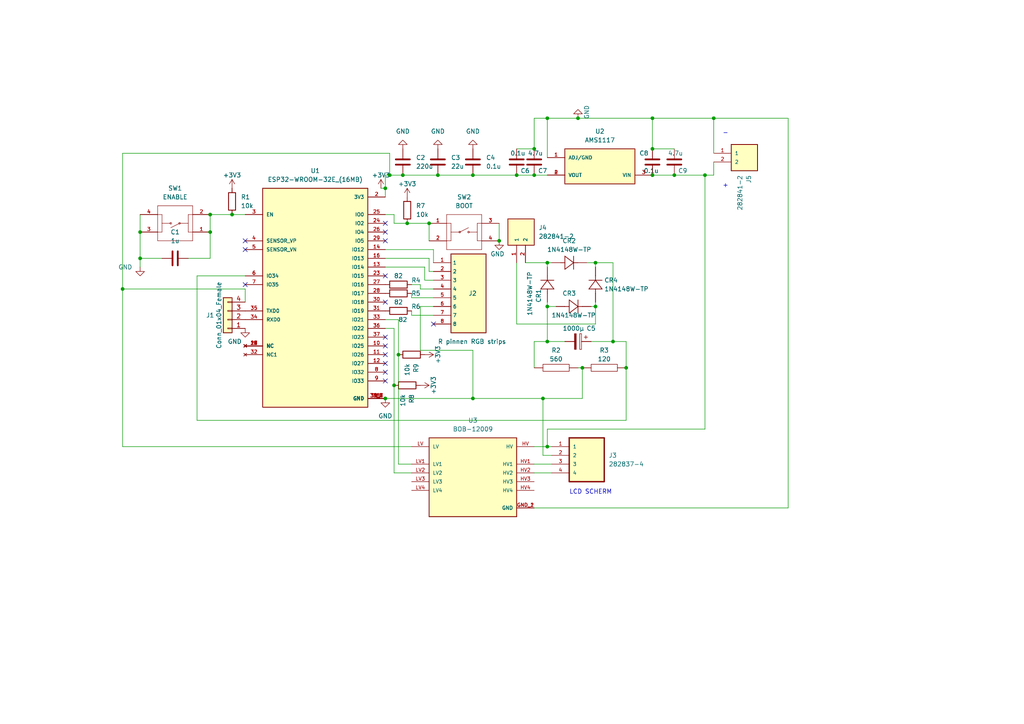
<source format=kicad_sch>
(kicad_sch (version 20211123) (generator eeschema)
  (paper "A4")
  (lib_symbols
    (symbol "1825910-6:1825910-6" (pin_names (offset 1.016) hide)
      (property "Reference" "SW" (at -5.08 5.842 0))
      (property "Value" "1825910-6" (at -5.08 -7.62 0))
      (symbol "1825910-6_0_0"
        (circle (center -1.27 0) (radius 0.254) (stroke (width 0.127)))
        (polyline (pts (xy -5.08 -5.08) (xy 5.08 -5.08)) (stroke (width 0.127)))
        (polyline (pts (xy -5.08 -2.54) (xy -5.08 -5.08)) (stroke (width 0.127)))
        (polyline (pts (xy -5.08 2.54) (xy -5.08 -2.54)) (stroke (width 0.127)))
        (polyline (pts (xy -5.08 2.54) (xy -3.81 2.54)) (stroke (width 0.127)))
        (polyline (pts (xy -5.08 5.08) (xy -5.08 2.54)) (stroke (width 0.127)))
        (polyline (pts (xy -5.08 5.08) (xy 5.08 5.08)) (stroke (width 0.127)))
        (polyline (pts (xy -3.81 -2.54) (xy -5.08 -2.54)) (stroke (width 0.127)))
        (polyline (pts (xy -3.81 0) (xy -3.81 -2.54)) (stroke (width 0.127)))
        (polyline (pts (xy -3.81 0) (xy -1.27 0)) (stroke (width 0.127)))
        (polyline (pts (xy -3.81 2.54) (xy -3.81 0)) (stroke (width 0.127)))
        (polyline (pts (xy -1.27 0) (xy 1.27 1.27)) (stroke (width 0.127)))
        (polyline (pts (xy 1.27 0) (xy 3.81 0)) (stroke (width 0.127)))
        (polyline (pts (xy 3.81 -2.54) (xy 5.08 -2.54)) (stroke (width 0.127)))
        (polyline (pts (xy 3.81 0) (xy 3.81 -2.54)) (stroke (width 0.127)))
        (polyline (pts (xy 3.81 0) (xy 3.81 2.54)) (stroke (width 0.127)))
        (polyline (pts (xy 3.81 2.54) (xy 5.08 2.54)) (stroke (width 0.127)))
        (polyline (pts (xy 5.08 -2.54) (xy 5.08 -5.08)) (stroke (width 0.127)))
        (polyline (pts (xy 5.08 2.54) (xy 5.08 -2.54)) (stroke (width 0.127)))
        (polyline (pts (xy 5.08 5.08) (xy 5.08 2.54)) (stroke (width 0.127)))
        (circle (center 1.27 0) (radius 0.254) (stroke (width 0.127)))
        (pin passive line (at -10.16 2.54 0) (length 5.08) (name "~") (number "1"))
        (pin passive line (at -10.16 -2.54 0) (length 5.08) (name "~") (number "2"))
        (pin passive line (at 10.16 2.54 180) (length 5.08) (name "~") (number "3"))
        (pin passive line (at 10.16 -2.54 180) (length 5.08) (name "~") (number "4"))
      )
    )
    (symbol "1N4148W-TP:1N4148W-TP" (pin_numbers hide) (pin_names (offset 1.016) hide)
      (property "Reference" "CR" (at -2.8194 2.6924 0))
      (property "Value" "1N4148W-TP" (at -3.8862 -5.5372 0))
      (symbol "1N4148W-TP_0_0"
        (polyline (pts (xy 2.54 0) (xy 3.81 0)) (stroke (width 0.2032)))
        (polyline (pts (xy 3.81 -1.905) (xy 6.35 0)) (stroke (width 0.2032)))
        (polyline (pts (xy 3.81 0) (xy 3.81 -1.905)) (stroke (width 0.2032)))
        (polyline (pts (xy 3.81 1.905) (xy 3.81 0)) (stroke (width 0.2032)))
        (polyline (pts (xy 6.35 -1.905) (xy 6.35 0)) (stroke (width 0.2032)))
        (polyline (pts (xy 6.35 0) (xy 3.81 1.905)) (stroke (width 0.2032)))
        (polyline (pts (xy 6.35 0) (xy 6.35 1.905)) (stroke (width 0.2032)))
        (polyline (pts (xy 6.35 0) (xy 7.62 0)) (stroke (width 0.2032)))
        (pin passive line (at 10.16 0 180) (length 2.54) (name "~") (number "1"))
        (pin passive line (at 0 0 0) (length 2.54) (name "~") (number "2"))
      )
    )
    (symbol "282837-4:282837-4" (pin_names (offset 1.016))
      (property "Reference" "J" (at 0 12.7 0))
      (property "Value" "282837-4" (at 0 -10.16 0))
      (symbol "282837-4_0_0"
        (rectangle (start -5.08 -5.08) (end 5.08 7.62) (stroke (width 0.4064)) (fill (type background)))
        (pin passive line (at -10.16 5.08 0) (length 5.08) (name "1") (number "1"))
        (pin passive line (at -10.16 2.54 0) (length 5.08) (name "2") (number "2"))
        (pin passive line (at -10.16 0 0) (length 5.08) (name "3") (number "3"))
        (pin passive line (at -10.16 -2.54 0) (length 5.08) (name "4") (number "4"))
      )
    )
    (symbol "282841-2:282841-2" (pin_names (offset 1.016))
      (property "Reference" "J" (at 0 10.16 0))
      (property "Value" "282841-2" (at 0 -7.62 0))
      (symbol "282841-2_0_0"
        (rectangle (start -5.08 -2.54) (end 2.54 5.08) (stroke (width 0.254)) (fill (type background)))
        (pin passive line (at -10.16 2.54 0) (length 5.08) (name "1") (number "1"))
        (pin passive line (at -10.16 0 0) (length 5.08) (name "2") (number "2"))
      )
    )
    (symbol "282841-5:8_pin_connector"
      (property "Reference" "U" (at -5.08 12.7 0))
      (property "Value" "8_pin_connector" (at 0 -13.97 0))
      (symbol "8_pin_connector_0_0"
        (pin passive line (at -10.16 8.89 0) (length 5.08) (name "1") (number "1"))
        (pin passive line (at -10.16 6.35 0) (length 5.08) (name "2") (number "2"))
        (pin passive line (at -10.16 3.81 0) (length 5.08) (name "3") (number "3"))
        (pin passive line (at -10.16 1.27 0) (length 5.08) (name "4") (number "4"))
        (pin passive line (at -10.16 -1.27 0) (length 5.08) (name "5") (number "5"))
        (pin passive line (at -10.16 -3.81 0) (length 5.08) (name "6") (number "6"))
        (pin passive line (at -10.16 -6.35 0) (length 5.08) (name "7") (number "7"))
        (pin passive line (at -10.16 -8.89 0) (length 5.08) (name "8") (number "8"))
      )
      (symbol "8_pin_connector_0_1"
        (rectangle (start -5.08 11.43) (end 5.08 -11.43))
        (rectangle (start -5.08 11.43) (end 5.08 -11.43) (fill (type background)))
        (polyline (pts (xy -5.08 11.43) (xy -5.08 -11.43) (xy 5.08 -11.43) (xy 5.08 11.43) (xy -5.08 11.43)) (stroke (width 0.254)))
      )
    )
    (symbol "AMS1117:AMS1117" (pin_names (offset 1.016))
      (property "Reference" "U" (at -10.16 5.588 0))
      (property "Value" "AMS1117" (at -10.16 -8.128 0))
      (symbol "AMS1117_0_0"
        (rectangle (start -10.16 -5.08) (end 10.16 5.08) (stroke (width 0.254)) (fill (type background)))
        (pin power_in line (at 15.24 -2.54 180) (length 5.08) (name "ADJ/GND") (number "1"))
        (pin output line (at 15.24 2.54 180) (length 5.08) (name "VOUT") (number "2"))
        (pin input line (at -15.24 2.54 0) (length 5.08) (name "VIN") (number "3"))
        (pin output line (at 15.24 2.54 180) (length 5.08) (name "VOUT") (number "4"))
      )
    )
    (symbol "BOB-12009:BOB-12009" (pin_names (offset 1.016))
      (property "Reference" "U" (at -12.7 11.43 0))
      (property "Value" "BOB-12009" (at -12.7 -15.24 0))
      (symbol "BOB-12009_0_0"
        (rectangle (start -12.7 -12.7) (end 12.7 10.16) (stroke (width 0.254)) (fill (type background)))
        (pin power_in line (at 17.78 -10.16 180) (length 5.08) (name "GND") (number "GND_1"))
        (pin power_in line (at 17.78 -10.16 180) (length 5.08) (name "GND") (number "GND_2"))
        (pin bidirectional line (at 17.78 7.62 180) (length 5.08) (name "HV") (number "HV"))
        (pin bidirectional line (at 17.78 2.54 180) (length 5.08) (name "HV1") (number "HV1"))
        (pin bidirectional line (at 17.78 0 180) (length 5.08) (name "HV2") (number "HV2"))
        (pin bidirectional line (at 17.78 -2.54 180) (length 5.08) (name "HV3") (number "HV3"))
        (pin bidirectional line (at 17.78 -5.08 180) (length 5.08) (name "HV4") (number "HV4"))
        (pin bidirectional line (at -17.78 7.62 0) (length 5.08) (name "LV") (number "LV"))
        (pin bidirectional line (at -17.78 2.54 0) (length 5.08) (name "LV1") (number "LV1"))
        (pin bidirectional line (at -17.78 0 0) (length 5.08) (name "LV2") (number "LV2"))
        (pin bidirectional line (at -17.78 -2.54 0) (length 5.08) (name "LV3") (number "LV3"))
        (pin bidirectional line (at -17.78 -5.08 0) (length 5.08) (name "LV4") (number "LV4"))
      )
    )
    (symbol "Connector_Generic:Conn_01x04" (pin_names (offset 1.016) hide)
      (property "Reference" "J" (at 0 5.08 0))
      (property "Value" "Conn_01x04" (at 0 -7.62 0))
      (symbol "Conn_01x04_1_1"
        (rectangle (start -1.27 -4.953) (end 0 -5.207) (stroke (width 0.1524)))
        (rectangle (start -1.27 -2.413) (end 0 -2.667) (stroke (width 0.1524)))
        (rectangle (start -1.27 0.127) (end 0 -0.127) (stroke (width 0.1524)))
        (rectangle (start -1.27 2.667) (end 0 2.413) (stroke (width 0.1524)))
        (rectangle (start -1.27 3.81) (end 1.27 -6.35) (stroke (width 0.254)) (fill (type background)))
        (pin passive line (at -5.08 2.54 0) (length 3.81) (name "Pin_1") (number "1"))
        (pin passive line (at -5.08 0 0) (length 3.81) (name "Pin_2") (number "2"))
        (pin passive line (at -5.08 -2.54 0) (length 3.81) (name "Pin_3") (number "3"))
        (pin passive line (at -5.08 -5.08 0) (length 3.81) (name "Pin_4") (number "4"))
      )
    )
    (symbol "Device:C" (pin_numbers hide) (pin_names (offset 0.254))
      (property "Reference" "C" (at 0.635 2.54 0))
      (property "Value" "C" (at 0.635 -2.54 0))
      (symbol "C_0_1"
        (polyline (pts (xy -2.032 -0.762) (xy 2.032 -0.762)) (stroke (width 0.508)))
        (polyline (pts (xy -2.032 0.762) (xy 2.032 0.762)) (stroke (width 0.508)))
      )
      (symbol "C_1_1"
        (pin passive line (at 0 3.81 270) (length 2.794) (name "~") (number "1"))
        (pin passive line (at 0 -3.81 90) (length 2.794) (name "~") (number "2"))
      )
    )
    (symbol "Device:C_Polarized" (pin_numbers hide) (pin_names (offset 0.254))
      (property "Reference" "C" (at 0.635 2.54 0))
      (property "Value" "C_Polarized" (at 0.635 -2.54 0))
      (symbol "C_Polarized_0_1"
        (rectangle (start -2.286 0.508) (end 2.286 1.016))
        (polyline (pts (xy -1.778 2.286) (xy -0.762 2.286)))
        (polyline (pts (xy -1.27 2.794) (xy -1.27 1.778)))
        (rectangle (start 2.286 -0.508) (end -2.286 -1.016) (fill (type outline)))
      )
      (symbol "C_Polarized_1_1"
        (pin passive line (at 0 3.81 270) (length 2.794) (name "~") (number "1"))
        (pin passive line (at 0 -3.81 90) (length 2.794) (name "~") (number "2"))
      )
    )
    (symbol "Device:R" (pin_numbers hide) (pin_names (offset 0))
      (property "Reference" "R" (at 2.032 0 90))
      (property "Value" "R" (at 0 0 90))
      (symbol "R_0_1"
        (rectangle (start -1.016 -2.54) (end 1.016 2.54) (stroke (width 0.254)))
      )
      (symbol "R_1_1"
        (pin passive line (at 0 3.81 270) (length 1.27) (name "~") (number "1"))
        (pin passive line (at 0 -3.81 90) (length 1.27) (name "~") (number "2"))
      )
    )
    (symbol "ESP32-WROOM-32E__16MB_:ESP32-WROOM-32E_(16MB)" (pin_names (offset 1.016))
      (property "Reference" "U" (at -15.24 33.909 0))
      (property "Value" "ESP32-WROOM-32E_(16MB)" (at -15.24 -33.02 0))
      (symbol "ESP32-WROOM-32E_(16MB)_0_0"
        (rectangle (start -15.24 -30.48) (end 15.24 33.02) (stroke (width 0.254)) (fill (type background)))
        (pin power_in line (at 20.32 -27.94 180) (length 5.08) (name "GND") (number "1"))
        (pin bidirectional line (at 20.32 -12.7 180) (length 5.08) (name "IO25") (number "10"))
        (pin bidirectional line (at 20.32 -15.24 180) (length 5.08) (name "IO26") (number "11"))
        (pin bidirectional line (at 20.32 -17.78 180) (length 5.08) (name "IO27") (number "12"))
        (pin bidirectional line (at 20.32 10.16 180) (length 5.08) (name "IO14") (number "13"))
        (pin bidirectional line (at 20.32 15.24 180) (length 5.08) (name "IO12") (number "14"))
        (pin power_in line (at 20.32 -27.94 180) (length 5.08) (name "GND") (number "15"))
        (pin bidirectional line (at 20.32 12.7 180) (length 5.08) (name "IO13") (number "16"))
        (pin no_connect line (at -20.32 -12.7 0) (length 5.08) (name "NC") (number "17"))
        (pin no_connect line (at -20.32 -12.7 0) (length 5.08) (name "NC") (number "18"))
        (pin no_connect line (at -20.32 -12.7 0) (length 5.08) (name "NC") (number "19"))
        (pin power_in line (at 20.32 30.48 180) (length 5.08) (name "3V3") (number "2"))
        (pin no_connect line (at -20.32 -12.7 0) (length 5.08) (name "NC") (number "20"))
        (pin no_connect line (at -20.32 -12.7 0) (length 5.08) (name "NC") (number "21"))
        (pin no_connect line (at -20.32 -12.7 0) (length 5.08) (name "NC") (number "22"))
        (pin bidirectional line (at 20.32 7.62 180) (length 5.08) (name "IO15") (number "23"))
        (pin bidirectional line (at 20.32 22.86 180) (length 5.08) (name "IO2") (number "24"))
        (pin bidirectional line (at 20.32 25.4 180) (length 5.08) (name "IO0") (number "25"))
        (pin bidirectional line (at 20.32 20.32 180) (length 5.08) (name "IO4") (number "26"))
        (pin bidirectional line (at 20.32 5.08 180) (length 5.08) (name "IO16") (number "27"))
        (pin bidirectional line (at 20.32 2.54 180) (length 5.08) (name "IO17") (number "28"))
        (pin bidirectional line (at 20.32 17.78 180) (length 5.08) (name "IO5") (number "29"))
        (pin input line (at -20.32 25.4 0) (length 5.08) (name "EN") (number "3"))
        (pin bidirectional line (at 20.32 0 180) (length 5.08) (name "IO18") (number "30"))
        (pin bidirectional line (at 20.32 -2.54 180) (length 5.08) (name "IO19") (number "31"))
        (pin no_connect line (at -20.32 -15.24 0) (length 5.08) (name "NC1") (number "32"))
        (pin bidirectional line (at 20.32 -5.08 180) (length 5.08) (name "IO21") (number "33"))
        (pin bidirectional line (at -20.32 -5.08 0) (length 5.08) (name "RXD0") (number "34"))
        (pin bidirectional line (at -20.32 -2.54 0) (length 5.08) (name "TXD0") (number "35"))
        (pin bidirectional line (at 20.32 -7.62 180) (length 5.08) (name "IO22") (number "36"))
        (pin bidirectional line (at 20.32 -10.16 180) (length 5.08) (name "IO23") (number "37"))
        (pin power_in line (at 20.32 -27.94 180) (length 5.08) (name "GND") (number "38"))
        (pin power_in line (at 20.32 -27.94 180) (length 5.08) (name "GND") (number "39_1"))
        (pin power_in line (at 20.32 -27.94 180) (length 5.08) (name "GND") (number "39_2"))
        (pin power_in line (at 20.32 -27.94 180) (length 5.08) (name "GND") (number "39_3"))
        (pin power_in line (at 20.32 -27.94 180) (length 5.08) (name "GND") (number "39_4"))
        (pin power_in line (at 20.32 -27.94 180) (length 5.08) (name "GND") (number "39_5"))
        (pin power_in line (at 20.32 -27.94 180) (length 5.08) (name "GND") (number "39_6"))
        (pin power_in line (at 20.32 -27.94 180) (length 5.08) (name "GND") (number "39_7"))
        (pin power_in line (at 20.32 -27.94 180) (length 5.08) (name "GND") (number "39_8"))
        (pin power_in line (at 20.32 -27.94 180) (length 5.08) (name "GND") (number "39_9"))
        (pin input line (at -20.32 17.78 0) (length 5.08) (name "SENSOR_VP") (number "4"))
        (pin input line (at -20.32 15.24 0) (length 5.08) (name "SENSOR_VN") (number "5"))
        (pin input line (at -20.32 7.62 0) (length 5.08) (name "IO34") (number "6"))
        (pin input line (at -20.32 5.08 0) (length 5.08) (name "IO35") (number "7"))
        (pin bidirectional line (at 20.32 -20.32 180) (length 5.08) (name "IO32") (number "8"))
        (pin bidirectional line (at 20.32 -22.86 180) (length 5.08) (name "IO33") (number "9"))
      )
    )
    (symbol "power:+3V3" (power) (pin_names (offset 0))
      (property "Value" "+3V3" (at 0 3.556 0))
      (symbol "+3V3_0_1"
        (polyline (pts (xy -0.762 1.27) (xy 0 2.54)))
        (polyline (pts (xy 0 0) (xy 0 2.54)))
        (polyline (pts (xy 0 2.54) (xy 0.762 1.27)))
      )
      (symbol "+3V3_1_1"
        (pin power_in line (at 0 0 90) (length 0) hide (name "+3V3") (number "1"))
      )
    )
    (symbol "power:GND" (power) (pin_names (offset 0))
      (property "Value" "GND" (at 0 -3.81 0))
      (symbol "GND_0_1"
        (polyline (pts (xy 0 0) (xy 0 -1.27) (xy 1.27 -1.27) (xy 0 -2.54) (xy -1.27 -1.27) (xy 0 -1.27)))
      )
      (symbol "GND_1_1"
        (pin power_in line (at 0 0 270) (length 0) hide (name "GND") (number "1"))
      )
    )
    (symbol "pspice:R" (pin_numbers hide) (pin_names (offset 0))
      (property "Reference" "R" (at 2.032 0 90))
      (property "Value" "R" (at 0 0 90))
      (symbol "R_0_1"
        (rectangle (start -1.016 3.81) (end 1.016 -3.81))
      )
      (symbol "R_1_1"
        (pin passive line (at 0 6.35 270) (length 2.54) (name "~") (number "1"))
        (pin passive line (at 0 -6.35 90) (length 2.54) (name "~") (number "2"))
      )
    )
  )
  (junction (at 172.72 76.2))
  (junction (at 172.72 88.9))
  (junction (at 111.76 115.57))
  (junction (at 40.64 74.93))
  (junction (at 137.16 50.8))
  (junction (at 124.46 64.77))
  (junction (at 189.23 50.8))
  (junction (at 114.3 111.76))
  (junction (at 168.91 106.68))
  (junction (at 60.96 67.31))
  (junction (at 40.64 67.31))
  (junction (at 181.61 106.68))
  (junction (at 189.23 34.29))
  (junction (at 158.75 76.2))
  (junction (at 189.23 43.18))
  (junction (at 144.78 69.85))
  (junction (at 60.96 62.23))
  (junction (at 111.76 54.61))
  (junction (at 167.64 34.29))
  (junction (at 158.75 99.06))
  (junction (at 157.48 115.57))
  (junction (at 149.86 50.8))
  (junction (at 35.56 83.82))
  (junction (at 158.75 88.9))
  (junction (at 115.57 102.87))
  (junction (at 207.01 34.29))
  (junction (at 195.58 50.8))
  (junction (at 158.75 129.54))
  (junction (at 118.11 64.77))
  (junction (at 137.16 115.57))
  (junction (at 158.75 34.29))
  (junction (at 116.84 50.8))
  (junction (at 204.47 50.8))
  (junction (at 177.8 99.06))
  (junction (at 154.94 50.8))
  (junction (at 113.03 50.8))
  (junction (at 154.94 43.18))
  (junction (at 67.31 62.23))
  (junction (at 127 50.8))
  (no_connect (at 71.12 82.55))
  (no_connect (at 111.76 110.49))
  (no_connect (at 111.76 80.01))
  (no_connect (at 111.76 97.79))
  (no_connect (at 71.12 72.39))
  (no_connect (at 71.12 69.85))
  (no_connect (at 111.76 87.63))
  (no_connect (at 111.76 102.87))
  (no_connect (at 111.76 100.33))
  (no_connect (at 111.76 67.31))
  (no_connect (at 111.76 69.85))
  (no_connect (at 125.73 93.98))
  (no_connect (at 111.76 105.41))
  (no_connect (at 111.76 107.95))
  (no_connect (at 111.76 64.77))
  (wire (pts (xy 158.75 87.63) (xy 158.75 88.9)))
  (wire (pts (xy 67.31 62.23) (xy 71.12 62.23)))
  (wire (pts (xy 125.73 72.39) (xy 125.73 76.2)))
  (wire (pts (xy 228.6 34.29) (xy 207.01 34.29)))
  (wire (pts (xy 149.86 50.8) (xy 154.94 50.8)))
  (wire (pts (xy 114.3 62.23) (xy 114.3 64.77)))
  (wire (pts (xy 113.03 44.45) (xy 113.03 50.8)))
  (wire (pts (xy 172.72 76.2) (xy 172.72 77.47)))
  (wire (pts (xy 158.75 88.9) (xy 158.75 99.06)))
  (wire (pts (xy 119.38 137.16) (xy 114.3 137.16)))
  (wire (pts (xy 54.61 74.93) (xy 60.96 74.93)))
  (wire (pts (xy 167.64 34.29) (xy 158.75 34.29)))
  (wire (pts (xy 189.23 34.29) (xy 167.64 34.29)))
  (wire (pts (xy 111.76 50.8) (xy 113.03 50.8)))
  (wire (pts (xy 204.47 50.8) (xy 204.47 124.46)))
  (wire (pts (xy 154.94 137.16) (xy 160.02 137.16)))
  (wire (pts (xy 158.75 34.29) (xy 158.75 45.72)))
  (wire (pts (xy 124.46 78.74) (xy 125.73 78.74)))
  (wire (pts (xy 181.61 106.68) (xy 181.61 99.06)))
  (wire (pts (xy 116.84 50.8) (xy 127 50.8)))
  (wire (pts (xy 171.45 88.9) (xy 172.72 88.9)))
  (wire (pts (xy 121.92 83.82) (xy 125.73 83.82)))
  (wire (pts (xy 181.61 99.06) (xy 177.8 99.06)))
  (wire (pts (xy 119.38 86.36) (xy 125.73 86.36)))
  (wire (pts (xy 113.03 50.8) (xy 116.84 50.8)))
  (wire (pts (xy 195.58 50.8) (xy 204.47 50.8)))
  (wire (pts (xy 168.91 106.68) (xy 168.91 115.57)))
  (wire (pts (xy 189.23 43.18) (xy 189.23 34.29)))
  (wire (pts (xy 137.16 115.57) (xy 157.48 115.57)))
  (wire (pts (xy 71.12 87.63) (xy 71.12 83.82)))
  (wire (pts (xy 170.18 76.2) (xy 172.72 76.2)))
  (wire (pts (xy 171.45 99.06) (xy 177.8 99.06)))
  (wire (pts (xy 157.48 132.08) (xy 160.02 132.08)))
  (wire (pts (xy 115.57 92.71) (xy 111.76 92.71)))
  (wire (pts (xy 157.48 115.57) (xy 157.48 132.08)))
  (wire (pts (xy 111.76 72.39) (xy 125.73 72.39)))
  (wire (pts (xy 40.64 74.93) (xy 40.64 77.47)))
  (wire (pts (xy 189.23 43.18) (xy 195.58 43.18)))
  (wire (pts (xy 114.3 64.77) (xy 118.11 64.77)))
  (wire (pts (xy 40.64 67.31) (xy 40.64 62.23)))
  (wire (pts (xy 114.3 95.25) (xy 111.76 95.25)))
  (wire (pts (xy 154.94 134.62) (xy 160.02 134.62)))
  (wire (pts (xy 35.56 83.82) (xy 35.56 44.45)))
  (wire (pts (xy 207.01 46.99) (xy 207.01 50.8)))
  (wire (pts (xy 111.76 77.47) (xy 123.19 77.47)))
  (wire (pts (xy 119.38 82.55) (xy 121.92 82.55)))
  (wire (pts (xy 158.75 99.06) (xy 163.83 99.06)))
  (wire (pts (xy 154.94 34.29) (xy 154.94 43.18)))
  (wire (pts (xy 158.75 34.29) (xy 154.94 34.29)))
  (wire (pts (xy 111.76 50.8) (xy 111.76 54.61)))
  (wire (pts (xy 123.19 81.28) (xy 125.73 81.28)))
  (wire (pts (xy 119.38 90.17) (xy 119.38 91.44)))
  (wire (pts (xy 119.38 134.62) (xy 115.57 134.62)))
  (wire (pts (xy 204.47 50.8) (xy 207.01 50.8)))
  (wire (pts (xy 127 50.8) (xy 137.16 50.8)))
  (wire (pts (xy 207.01 34.29) (xy 189.23 34.29)))
  (wire (pts (xy 124.46 74.93) (xy 124.46 78.74)))
  (wire (pts (xy 181.61 106.68) (xy 181.61 121.92)))
  (wire (pts (xy 123.19 77.47) (xy 123.19 81.28)))
  (wire (pts (xy 40.64 67.31) (xy 40.64 74.93)))
  (wire (pts (xy 60.96 74.93) (xy 60.96 67.31)))
  (wire (pts (xy 137.16 50.8) (xy 149.86 50.8)))
  (wire (pts (xy 172.72 88.9) (xy 172.72 93.98)))
  (wire (pts (xy 111.76 74.93) (xy 124.46 74.93)))
  (wire (pts (xy 35.56 83.82) (xy 35.56 129.54)))
  (wire (pts (xy 35.56 44.45) (xy 113.03 44.45)))
  (wire (pts (xy 152.4 76.2) (xy 158.75 76.2)))
  (wire (pts (xy 40.64 74.93) (xy 46.99 74.93)))
  (wire (pts (xy 189.23 50.8) (xy 195.58 50.8)))
  (wire (pts (xy 154.94 129.54) (xy 158.75 129.54)))
  (wire (pts (xy 228.6 147.32) (xy 228.6 34.29)))
  (wire (pts (xy 115.57 92.71) (xy 115.57 102.87)))
  (wire (pts (xy 172.72 87.63) (xy 172.72 88.9)))
  (wire (pts (xy 144.78 64.77) (xy 144.78 69.85)))
  (wire (pts (xy 158.75 76.2) (xy 158.75 77.47)))
  (wire (pts (xy 172.72 76.2) (xy 177.8 76.2)))
  (wire (pts (xy 157.48 115.57) (xy 168.91 115.57)))
  (wire (pts (xy 207.01 44.45) (xy 207.01 34.29)))
  (wire (pts (xy 158.75 76.2) (xy 160.02 76.2)))
  (wire (pts (xy 154.94 99.06) (xy 158.75 99.06)))
  (wire (pts (xy 121.92 88.9) (xy 121.92 101.6)))
  (wire (pts (xy 125.73 88.9) (xy 121.92 88.9)))
  (wire (pts (xy 158.75 88.9) (xy 161.29 88.9)))
  (wire (pts (xy 149.86 43.18) (xy 154.94 43.18)))
  (wire (pts (xy 57.15 121.92) (xy 181.61 121.92)))
  (wire (pts (xy 114.3 111.76) (xy 114.3 95.25)))
  (wire (pts (xy 124.46 64.77) (xy 124.46 69.85)))
  (wire (pts (xy 121.92 101.6) (xy 137.16 101.6)))
  (wire (pts (xy 57.15 121.92) (xy 57.15 80.01)))
  (wire (pts (xy 158.75 124.46) (xy 204.47 124.46)))
  (wire (pts (xy 114.3 62.23) (xy 111.76 62.23)))
  (wire (pts (xy 60.96 67.31) (xy 60.96 62.23)))
  (wire (pts (xy 35.56 129.54) (xy 119.38 129.54)))
  (wire (pts (xy 71.12 83.82) (xy 35.56 83.82)))
  (wire (pts (xy 110.49 54.61) (xy 111.76 54.61)))
  (wire (pts (xy 111.76 54.61) (xy 111.76 57.15)))
  (wire (pts (xy 177.8 76.2) (xy 177.8 99.06)))
  (wire (pts (xy 154.94 106.68) (xy 154.94 99.06)))
  (wire (pts (xy 154.94 50.8) (xy 158.75 50.8)))
  (wire (pts (xy 158.75 124.46) (xy 158.75 129.54)))
  (wire (pts (xy 167.64 106.68) (xy 168.91 106.68)))
  (wire (pts (xy 114.3 137.16) (xy 114.3 111.76)))
  (wire (pts (xy 60.96 62.23) (xy 67.31 62.23)))
  (wire (pts (xy 158.75 129.54) (xy 160.02 129.54)))
  (wire (pts (xy 111.76 115.57) (xy 137.16 115.57)))
  (wire (pts (xy 57.15 80.01) (xy 71.12 80.01)))
  (wire (pts (xy 119.38 85.09) (xy 119.38 86.36)))
  (wire (pts (xy 121.92 82.55) (xy 121.92 83.82)))
  (wire (pts (xy 118.11 64.77) (xy 124.46 64.77)))
  (wire (pts (xy 137.16 101.6) (xy 137.16 115.57)))
  (wire (pts (xy 154.94 147.32) (xy 228.6 147.32)))
  (wire (pts (xy 119.38 91.44) (xy 125.73 91.44)))
  (wire (pts (xy 115.57 102.87) (xy 115.57 134.62)))
  (wire (pts (xy 149.86 93.98) (xy 172.72 93.98)))
  (wire (pts (xy 149.86 76.2) (xy 149.86 93.98)))
  (text "LCD SCHERM" (at 165.1 143.51 0) (effects (font (size 1.27 1.27)) (justify left bottom)))
  (text "-" (at 209.55 39.37 0) (effects (font (size 1.27 1.27)) (justify left bottom)))
  (text "+" (at 209.55 54.61 0) (effects (font (size 1.27 1.27)) (justify left bottom)))
  (symbol (lib_id "power:+3V3") (at 110.49 54.61 0) (unit 1)
    (property "Reference" "#PWR0108" (effects hide))
    (property "Value" "+3V3" (at 110.49 50.8 0))
  )
  (symbol (lib_id "Device:R") (at 115.57 85.09 90) (unit 1)
    (property "Reference" "R5" (at 120.65 85.09 90))
    (property "Value" "82" (at 115.57 87.63 90))
    (property "Footprint" "Resistor_SMD:R_0805_2012Metric_Pad1.20x1.40mm_HandSolder" (effects hide))
  )
  (symbol (lib_id "Connector_Generic:Conn_01x04") (at 66.04 92.71 180) (unit 1)
    (property "Reference" "J1" (at 60.96 91.44 0))
    (property "Value" "Conn_01x04_Female" (at 63.5 91.44 90))
    (property "Footprint" "Connector_PinHeader_2.54mm:PinHeader_1x04_P2.54mm_Vertical" (effects hide))
  )
  (symbol (lib_id "pspice:R") (at 161.29 106.68 90) (unit 1)
    (property "Reference" "R2" (at 161.29 101.6 90))
    (property "Value" "560" (at 161.29 104.14 90))
    (property "Footprint" "Resistor_SMD:R_0805_2012Metric_Pad1.20x1.40mm_HandSolder" (effects hide))
  )
  (symbol (lib_id "1N4148W-TP:1N4148W-TP") (at 172.72 87.63 90) (unit 1)
    (property "Reference" "CR4" (at 175.26 81.28 90) (effects (justify right)))
    (property "Value" "1N4148W-TP" (at 175.26 83.82 90) (effects (justify right)))
    (property "Footprint" "Diode_SMD:D_0603_1608Metric_Pad1.05x0.95mm_HandSolder" (effects hide))
    (property "MANUFACTURER_PART_NUMBER" "1N4148W-TP" (effects hide))
    (property "BUILT_BY" "EMA_Cory" (effects hide))
    (property "VENDOR" "Micro Commercial Co" (effects hide))
    (property "DATASHEET" "https://www.mccsemi.com/pdf/Products/1N4148W(SOD123).pdf" (effects hide))
    (property "COPYRIGHT" "Copyright (C) 2018 Accelerated Designs. All rights reserved" (effects hide))
  )
  (symbol (lib_id "Device:C") (at 149.86 46.99 180) (unit 1)
    (property "Reference" "C6" (at 153.67 49.53 0) (effects (justify left)))
    (property "Value" "0.1u" (at 152.4 44.45 0) (effects (justify left)))
    (property "Footprint" "Capacitor_SMD:C_0805_2012Metric_Pad1.18x1.45mm_HandSolder" (effects hide))
  )
  (symbol (lib_id "Device:R") (at 115.57 90.17 90) (unit 1)
    (property "Reference" "R6" (at 120.65 88.9 90))
    (property "Value" "82" (at 116.84 92.71 90))
    (property "Footprint" "Resistor_SMD:R_0805_2012Metric_Pad1.20x1.40mm_HandSolder" (effects hide))
  )
  (symbol (lib_id "1N4148W-TP:1N4148W-TP") (at 161.29 88.9 0) (unit 1)
    (property "Reference" "CR3" (at 165.1 85.09 0))
    (property "Value" "1N4148W-TP" (at 166.37 91.44 0))
    (property "Footprint" "Diode_SMD:D_0603_1608Metric_Pad1.05x0.95mm_HandSolder" (effects hide))
    (property "MANUFACTURER_PART_NUMBER" "1N4148W-TP" (effects hide))
    (property "BUILT_BY" "EMA_Cory" (effects hide))
    (property "VENDOR" "Micro Commercial Co" (effects hide))
    (property "DATASHEET" "https://www.mccsemi.com/pdf/Products/1N4148W(SOD123).pdf" (effects hide))
    (property "COPYRIGHT" "Copyright (C) 2018 Accelerated Designs. All rights reserved" (effects hide))
  )
  (symbol (lib_id "power:GND") (at 111.76 115.57 0) (unit 1)
    (property "Reference" "#PWR0102" (effects hide))
    (property "Value" "GND" (at 111.76 120.65 0))
  )
  (symbol (lib_id "power:GND") (at 167.64 34.29 180) (unit 1)
    (property "Reference" "#PWR05" (effects hide))
    (property "Value" "GND" (at 170.18 30.48 90) (effects (justify left)))
  )
  (symbol (lib_id "1825910-6:1825910-6") (at 134.62 67.31 0) (unit 1)
    (property "Reference" "SW2" (at 134.62 57.15 0))
    (property "Value" "BOOT" (at 134.62 59.69 0))
    (property "Footprint" "libraries:SW_1825910-6-4" (effects hide))
    (property "Comment" "1825910-6" (effects hide))
  )
  (symbol (lib_id "Device:R") (at 118.11 111.76 270) (unit 1)
    (property "Reference" "R8" (at 119.3801 114.3 0) (effects (justify left)))
    (property "Value" "10k" (at 116.8401 114.3 0) (effects (justify left)))
    (property "Footprint" "Resistor_SMD:R_0805_2012Metric_Pad1.20x1.40mm_HandSolder" (effects hide))
  )
  (symbol (lib_id "power:GND") (at 127 43.18 180) (unit 1)
    (property "Reference" "#PWR0104" (effects hide))
    (property "Value" "GND" (at 127 38.1 0))
  )
  (symbol (lib_id "Device:R") (at 118.11 60.96 0) (unit 1)
    (property "Reference" "R7" (at 120.65 59.6899 0) (effects (justify left)))
    (property "Value" "10k" (at 120.65 62.2299 0) (effects (justify left)))
    (property "Footprint" "Resistor_SMD:R_0805_2012Metric_Pad1.20x1.40mm_HandSolder" (effects hide))
  )
  (symbol (lib_id "1N4148W-TP:1N4148W-TP") (at 158.75 87.63 90) (unit 1)
    (property "Reference" "CR1" (at 156.21 83.82 0) (effects (justify right)))
    (property "Value" "1N4148W-TP" (at 153.67 78.74 0) (effects (justify right)))
    (property "Footprint" "Diode_SMD:D_0603_1608Metric_Pad1.05x0.95mm_HandSolder" (effects hide))
    (property "MANUFACTURER_PART_NUMBER" "1N4148W-TP" (effects hide))
    (property "BUILT_BY" "EMA_Cory" (effects hide))
    (property "VENDOR" "Micro Commercial Co" (effects hide))
    (property "DATASHEET" "https://www.mccsemi.com/pdf/Products/1N4148W(SOD123).pdf" (effects hide))
    (property "COPYRIGHT" "Copyright (C) 2018 Accelerated Designs. All rights reserved" (effects hide))
  )
  (symbol (lib_id "power:GND") (at 116.84 43.18 180) (unit 1)
    (property "Reference" "#PWR0103" (effects hide))
    (property "Value" "GND" (at 116.84 38.1 0))
  )
  (symbol (lib_id "power:GND") (at 137.16 43.18 180) (unit 1)
    (property "Reference" "#PWR0106" (effects hide))
    (property "Value" "GND" (at 137.16 38.1 0))
  )
  (symbol (lib_id "Device:C") (at 154.94 46.99 180) (unit 1)
    (property "Reference" "C7" (at 158.75 49.53 0) (effects (justify left)))
    (property "Value" "4.7u" (at 157.48 44.45 0) (effects (justify left)))
    (property "Footprint" "Capacitor_SMD:C_0805_2012Metric_Pad1.18x1.45mm_HandSolder" (effects hide))
  )
  (symbol (lib_id "power:+3V3") (at 118.11 57.15 0) (unit 1)
    (property "Reference" "#PWR03" (effects hide))
    (property "Value" "+3V3" (at 118.11 53.34 0))
  )
  (symbol (lib_id "Device:C") (at 116.84 46.99 180) (unit 1)
    (property "Reference" "C2" (at 120.65 45.7199 0) (effects (justify right)))
    (property "Value" "220u" (at 120.65 48.2599 0) (effects (justify right)))
    (property "Footprint" "libraries:CAP_EEE0JA101WR" (effects hide))
  )
  (symbol (lib_id "282841-2:282841-2") (at 152.4 66.04 90) (unit 1)
    (property "Reference" "J4" (at 156.21 66.0399 90) (effects (justify right)))
    (property "Value" "282841-2" (at 156.21 68.5799 90) (effects (justify right)))
    (property "Footprint" "libraries:TE_1546215-2" (effects hide))
    (property "Comment" "282841-2" (effects hide))
    (property "EU_RoHS_Compliance" "Compliant with Exemptions" (effects hide))
  )
  (symbol (lib_id "282837-4:282837-4") (at 170.18 134.62 0) (unit 1)
    (property "Reference" "J3" (at 176.53 132.0799 0) (effects (justify left)))
    (property "Value" "282837-4" (at 176.53 134.6199 0) (effects (justify left)))
    (property "Footprint" "libraries:TE_1546215-4" (effects hide))
    (property "Comment" "282837-4" (effects hide))
    (property "EU_RoHS_Compliance" "Compliant with Exemptions" (effects hide))
  )
  (symbol (lib_id "1N4148W-TP:1N4148W-TP") (at 160.02 76.2 0) (unit 1)
    (property "Reference" "CR2" (at 165.1 69.85 0))
    (property "Value" "1N4148W-TP" (at 165.1 72.39 0))
    (property "Footprint" "Diode_SMD:D_0603_1608Metric_Pad1.05x0.95mm_HandSolder" (effects hide))
    (property "MANUFACTURER_PART_NUMBER" "1N4148W-TP" (effects hide))
    (property "BUILT_BY" "EMA_Cory" (effects hide))
    (property "VENDOR" "Micro Commercial Co" (effects hide))
    (property "DATASHEET" "https://www.mccsemi.com/pdf/Products/1N4148W(SOD123).pdf" (effects hide))
    (property "COPYRIGHT" "Copyright (C) 2018 Accelerated Designs. All rights reserved" (effects hide))
  )
  (symbol (lib_id "Device:C") (at 50.8 74.93 90) (unit 1)
    (property "Reference" "C1" (at 50.8 67.31 90))
    (property "Value" "1u" (at 50.8 69.85 90))
    (property "Footprint" "Capacitor_SMD:C_0805_2012Metric_Pad1.18x1.45mm_HandSolder" (effects hide))
  )
  (symbol (lib_id "Device:C") (at 127 46.99 180) (unit 1)
    (property "Reference" "C3" (at 130.81 45.7199 0) (effects (justify right)))
    (property "Value" "22u" (at 130.81 48.2599 0) (effects (justify right)))
    (property "Footprint" "Capacitor_SMD:C_0805_2012Metric_Pad1.18x1.45mm_HandSolder" (effects hide))
  )
  (symbol (lib_id "Device:C") (at 195.58 46.99 180) (unit 1)
    (property "Reference" "C9" (at 199.39 49.53 0) (effects (justify left)))
    (property "Value" "4.7u" (at 198.12 44.45 0) (effects (justify left)))
    (property "Footprint" "Capacitor_SMD:C_0805_2012Metric_Pad1.18x1.45mm_HandSolder" (effects hide))
  )
  (symbol (lib_id "Device:C_Polarized") (at 167.64 99.06 270) (unit 1)
    (property "Reference" "C5" (at 171.45 95.25 90))
    (property "Value" "1000µ" (at 166.37 95.25 90))
    (property "Footprint" "Capacitor_THT:CP_Axial_L26.5mm_D20.0mm_P33.00mm_Horizontal" (effects hide))
  )
  (symbol (lib_id "Device:R") (at 67.31 58.42 0) (unit 1)
    (property "Reference" "R1" (at 69.85 57.1499 0) (effects (justify left)))
    (property "Value" "10k" (at 69.85 59.6899 0) (effects (justify left)))
    (property "Footprint" "Resistor_SMD:R_0805_2012Metric_Pad1.20x1.40mm_HandSolder" (effects hide))
  )
  (symbol (lib_id "power:+3V3") (at 67.31 54.61 0) (unit 1)
    (property "Reference" "#PWR01" (effects hide))
    (property "Value" "+3V3" (at 67.31 50.8 0))
  )
  (symbol (lib_id "Device:R") (at 115.57 82.55 90) (unit 1)
    (property "Reference" "R4" (at 120.65 81.28 90))
    (property "Value" "82" (at 115.57 80.01 90))
    (property "Footprint" "Resistor_SMD:R_0805_2012Metric_Pad1.20x1.40mm_HandSolder" (effects hide))
  )
  (symbol (lib_id "Device:C") (at 189.23 46.99 0) (unit 1)
    (property "Reference" "C8" (at 185.42 44.45 0) (effects (justify left)))
    (property "Value" "0.1u" (at 186.69 49.53 0) (effects (justify left)))
    (property "Footprint" "Capacitor_SMD:C_0805_2012Metric_Pad1.18x1.45mm_HandSolder" (effects hide))
  )
  (symbol (lib_id "power:GND") (at 40.64 77.47 0) (unit 1)
    (property "Reference" "#PWR0101" (effects hide))
    (property "Value" "GND" (at 34.29 77.47 0) (effects (justify left)))
  )
  (symbol (lib_id "power:GND") (at 144.78 69.85 0) (unit 1)
    (property "Reference" "#PWR04" (effects hide))
    (property "Value" "GND" (at 142.24 73.66 0) (effects (justify left)))
  )
  (symbol (lib_id "BOB-12009:BOB-12009") (at 137.16 137.16 0) (unit 1)
    (property "Reference" "U3" (at 137.16 121.92 0))
    (property "Value" "BOB-12009" (at 137.16 124.46 0))
    (property "Footprint" "BOB-12009:CONV_BOB-12009" (effects hide))
    (property "MANUFACTURER" "SparkFun Electronics" (effects hide))
    (property "STANDARD" "Manufacturer Recommendations" (effects hide))
    (property "MAXIMUM_PACKAGE_HEIGHT" "N/A" (effects hide))
    (property "PARTREV" "01" (effects hide))
  )
  (symbol (lib_id "Device:C") (at 137.16 46.99 180) (unit 1)
    (property "Reference" "C4" (at 140.97 45.7199 0) (effects (justify right)))
    (property "Value" "0.1u" (at 140.97 48.26 0) (effects (justify right)))
    (property "Footprint" "Capacitor_SMD:C_0805_2012Metric_Pad1.18x1.45mm_HandSolder" (effects hide))
  )
  (symbol (lib_id "1825910-6:1825910-6") (at 50.8 64.77 180) (unit 1)
    (property "Reference" "SW1" (at 50.8 54.61 0))
    (property "Value" "ENABLE" (at 50.8 57.15 0))
    (property "Footprint" "libraries:SW_1825910-6-4" (effects hide))
    (property "Comment" "1825910-6" (effects hide))
  )
  (symbol (lib_id "282841-2:282841-2") (at 217.17 46.99 0) (unit 1)
    (property "Reference" "J5" (at 217.1701 50.8 90) (effects (justify right)))
    (property "Value" "282841-2" (at 214.6301 50.8 90) (effects (justify right)))
    (property "Footprint" "libraries:TE_1546215-2" (effects hide))
    (property "Comment" "282841-2" (effects hide))
    (property "EU_RoHS_Compliance" "Compliant with Exemptions" (effects hide))
  )
  (symbol (lib_id "AMS1117:AMS1117") (at 173.99 48.26 180) (unit 1)
    (property "Reference" "U2" (at 173.99 38.1 0))
    (property "Value" "AMS1117" (at 173.99 40.64 0))
    (property "Footprint" "libraries:SOT229P700X180-4N" (effects hide))
    (property "MANUFACTURER" "AMS" (effects hide))
    (property "MAXIMUM_PACKAGE_HEIGHT" "1.8mm" (effects hide))
    (property "PARTREV" "N/A" (effects hide))
    (property "STANDARD" "IPC-7351B" (effects hide))
  )
  (symbol (lib_id "power:GND") (at 71.12 95.25 0) (unit 1)
    (property "Reference" "#PWR02" (effects hide))
    (property "Value" "GND" (at 66.04 99.06 0) (effects (justify left)))
  )
  (symbol (lib_id "power:+3V3") (at 121.92 111.76 270) (unit 1)
    (property "Reference" "#PWR0107" (effects hide))
    (property "Value" "+3V3" (at 125.73 111.76 0))
  )
  (symbol (lib_id "282841-5:8_pin_connector") (at 135.89 85.09 0) (unit 1)
    (property "Reference" "J2" (at 135.89 85.09 0) (effects (justify left)))
    (property "Value" "R pinnen RGB strips" (at 127 99.06 0) (effects (justify left)))
    (property "Footprint" "libraries:TE_1546215-8" (effects hide))
  )
  (symbol (lib_id "power:+3V3") (at 123.19 102.87 270) (unit 1)
    (property "Reference" "#PWR0105" (effects hide))
    (property "Value" "+3V3" (at 127 102.87 0))
  )
  (symbol (lib_id "ESP32-WROOM-32E__16MB_:ESP32-WROOM-32E_(16MB)") (at 91.44 87.63 0) (unit 1)
    (property "Reference" "U1" (at 91.44 49.53 0))
    (property "Value" "ESP32-WROOM-32E_(16MB)" (at 91.44 52.07 0))
    (property "Footprint" "libraries:XCVR_ESP32-WROOM-32E_(16MB)" (effects hide))
    (property "PARTREV" "1.4" (effects hide))
    (property "STANDARD" "Manufacturer Recommendations" (effects hide))
    (property "MAXIMUM_PACKAGE_HEIGHT" "3.25mm" (effects hide))
    (property "MANUFACTURER" "Espressif Systems" (effects hide))
  )
  (symbol (lib_id "Device:R") (at 119.38 102.87 270) (unit 1)
    (property "Reference" "R9" (at 120.6501 105.41 0) (effects (justify left)))
    (property "Value" "10k" (at 118.1101 105.41 0) (effects (justify left)))
    (property "Footprint" "Resistor_SMD:R_0805_2012Metric_Pad1.20x1.40mm_HandSolder" (effects hide))
  )
  (symbol (lib_id "pspice:R") (at 175.26 106.68 90) (unit 1)
    (property "Reference" "R3" (at 175.26 101.6 90))
    (property "Value" "120" (at 175.26 104.14 90))
    (property "Footprint" "Resistor_SMD:R_0805_2012Metric_Pad1.20x1.40mm_HandSolder" (effects hide))
  )
)
</source>
